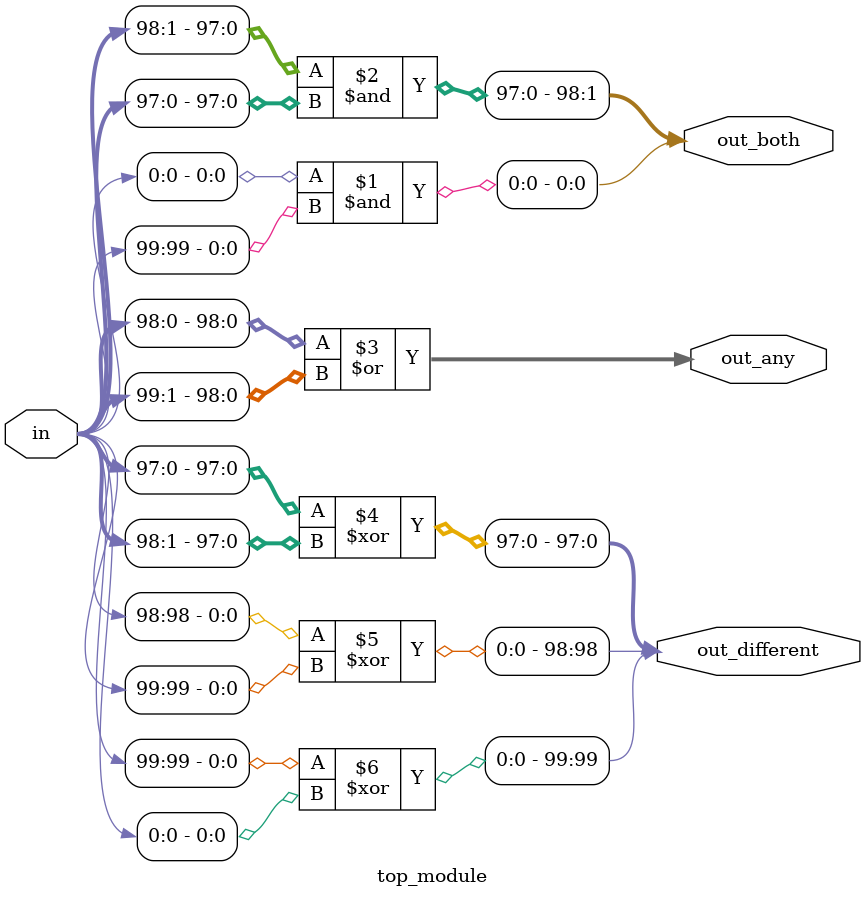
<source format=sv>
module top_module (
    input [99:0] in,
    output [98:0] out_both,
    output [99:1] out_any,
    output [99:0] out_different
);

    // out_both
    assign out_both[0] = in[0] & in[99];
    assign out_both[1:98] = in[1:98] & in[0:97];

    // out_any
    assign out_any[1:99] = in[0:98] | in[1:99];

    // out_different
    assign out_different[0:97] = in[0:97] ^ in[1:98];
    assign out_different[98] = in[98] ^ in[99];
    assign out_different[99] = in[99] ^ in[0];
    
endmodule

</source>
